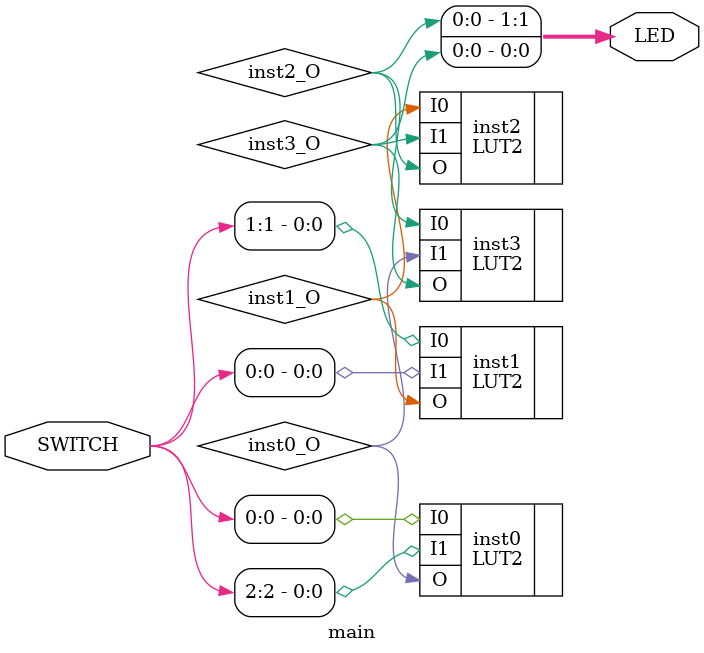
<source format=v>
module main (input [0:2] SWITCH, output [0:1] LED);
wire inst0_O;
wire inst1_O;
wire inst2_O;
wire inst3_O;
LUT2 #(.INIT(4'h8)) inst0 (.I0(SWITCH[0]), .I1(SWITCH[2]), .O(inst0_O));
LUT2 #(.INIT(4'h8)) inst1 (.I0(SWITCH[1]), .I1(SWITCH[0]), .O(inst1_O));
LUT2 #(.INIT(4'h1)) inst2 (.I0(inst1_O), .I1(inst3_O), .O(inst2_O));
LUT2 #(.INIT(4'h1)) inst3 (.I0(inst2_O), .I1(inst0_O), .O(inst3_O));
assign LED = {inst2_O, inst3_O};
endmodule


</source>
